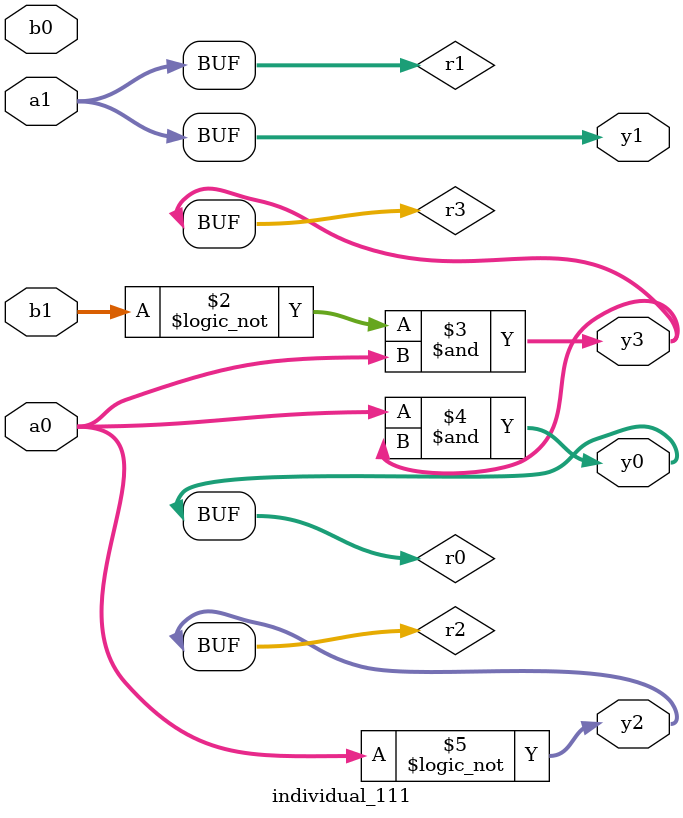
<source format=sv>
module individual_111(input logic [15:0] a1, input logic [15:0] a0, input logic [15:0] b1, input logic [15:0] b0, output logic [15:0] y3, output logic [15:0] y2, output logic [15:0] y1, output logic [15:0] y0);
logic [15:0] r0, r1, r2, r3; 
 always@(*) begin 
	 r0 = a0; r1 = a1; r2 = b0; r3 = b1; 
 	 r3 = ! r3 ;
 	 r3  &=  r0 ;
 	 r0  &=  r3 ;
 	 r2 = ! a0 ;
 	 y3 = r3; y2 = r2; y1 = r1; y0 = r0; 
end
endmodule
</source>
